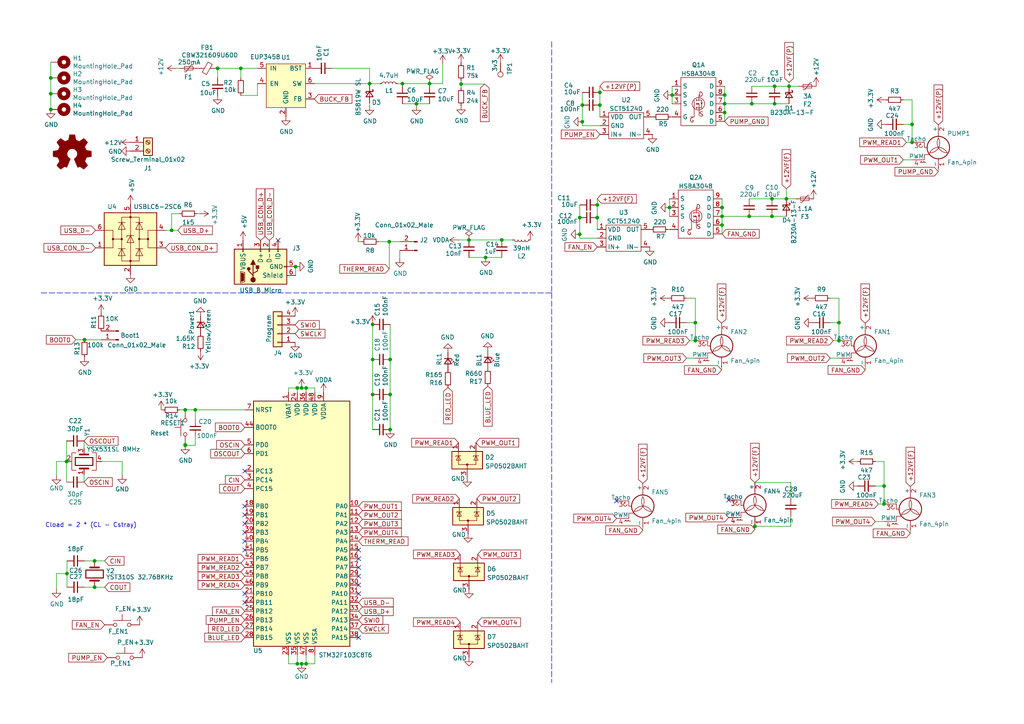
<source format=kicad_sch>
(kicad_sch (version 20211123) (generator eeschema)
  (paper "A4")
  (title_block (title "Opilio 3") (date "2022-06-18") (rev "3.0"))
  (junction (at 210.185 27.559))
  (junction (at 209.423 60.198))
  (junction (at 85.725 77.343))
  (junction (at 86.233 112.522))
  (junction (at 168.148 67.945))
  (junction (at 256.413 146.177))
  (junction (at 88.773 112.522))
  (junction (at 173.228 63.119))
  (junction (at 53.721 118.872))
  (junction (at 223.901 57.658))
  (junction (at 173.99 30.48))
  (junction (at 256.413 140.97))
  (junction (at 223.901 62.738))
  (junction (at 87.503 192.532))
  (junction (at 19.431 166.37))
  (junction (at 201.676 93.599))
  (junction (at 218.059 30.099))
  (junction (at 108.077 104.267))
  (junction (at 145.542 69.596))
  (junction (at 113.157 124.587))
  (junction (at 113.157 114.427))
  (junction (at 264.541 41.275))
  (junction (at 107.188 24.257))
  (junction (at 217.297 62.738))
  (junction (at 49.784 66.802))
  (junction (at 27.432 170.307))
  (junction (at 88.773 192.532))
  (junction (at 224.663 25.019))
  (junction (at 218.948 152.654))
  (junction (at 108.077 114.427))
  (junction (at 133.731 24.384))
  (junction (at 86.233 192.532))
  (junction (at 124.587 24.257))
  (junction (at 168.148 63.119))
  (junction (at 112.903 70.104))
  (junction (at 168.91 30.48))
  (junction (at 136.017 69.596))
  (junction (at 113.157 104.267))
  (junction (at 120.777 30.099))
  (junction (at 173.228 59.436))
  (junction (at 108.077 94.107))
  (junction (at 224.663 30.099))
  (junction (at 14.732 27.178))
  (junction (at 209.423 65.278))
  (junction (at 194.183 60.198))
  (junction (at 194.945 27.559))
  (junction (at 56.642 118.872))
  (junction (at 210.185 30.099))
  (junction (at 228.092 57.658))
  (junction (at 173.99 26.797))
  (junction (at 210.185 32.639))
  (junction (at 19.304 133.858))
  (junction (at 243.332 93.599))
  (junction (at 264.541 36.068))
  (junction (at 14.732 22.606))
  (junction (at 228.854 25.019))
  (junction (at 87.503 112.522))
  (junction (at 69.85 19.812))
  (junction (at 53.721 129.032))
  (junction (at 24.511 98.552))
  (junction (at 140.843 74.676))
  (junction (at 116.713 24.257))
  (junction (at 14.732 31.75))
  (junction (at 168.91 35.306))
  (junction (at 27.432 162.687))
  (junction (at 243.332 98.806))
  (junction (at 201.676 98.806))
  (junction (at 53.721 129.159))
  (junction (at 209.423 62.738))
  (junction (at 63.119 19.812))
  (no_connect (at 70.993 136.652))
  (no_connect (at 80.645 69.723))
  (no_connect (at 211.328 145.034))
  (no_connect (at 70.993 156.972))
  (no_connect (at 104.013 162.052))
  (no_connect (at 70.993 149.352))
  (no_connect (at 104.013 167.132))
  (no_connect (at 70.993 159.512))
  (no_connect (at 104.013 172.212))
  (no_connect (at 70.993 172.212))
  (no_connect (at 104.013 159.512))
  (no_connect (at 104.013 169.672))
  (no_connect (at 70.993 151.892))
  (no_connect (at 178.816 145.288))
  (no_connect (at 104.013 184.912))
  (no_connect (at 70.993 146.812))
  (no_connect (at 104.013 164.592))
  (no_connect (at 70.993 174.752))
  (no_connect (at 70.993 154.432))
  (wire (pts (xy 132.969 69.596) (xy 136.017 69.596)))
  (wire (pts (xy 107.188 24.257) (xy 107.188 24.765)))
  (wire (pts (xy 56.642 126.746) (xy 56.642 129.159)))
  (wire (pts (xy 88.773 192.532) (xy 91.313 192.532)))
  (wire (pts (xy 136.017 69.596) (xy 145.542 69.596)))
  (wire (pts (xy 186.436 152.908) (xy 186.436 153.797)))
  (wire (pts (xy 173.99 26.797) (xy 173.99 30.48)))
  (wire (pts (xy 112.903 70.104) (xy 115.951 70.104)))
  (wire (pts (xy 168.91 36.449) (xy 168.91 35.306)))
  (wire (pts (xy 120.777 30.099) (xy 116.713 30.099)))
  (wire (pts (xy 217.297 62.738) (xy 223.901 62.738)))
  (wire (pts (xy 210.185 27.559) (xy 210.185 30.099)))
  (wire (pts (xy 57.15 61.976) (xy 57.912 61.976)))
  (wire (pts (xy 264.541 28.956) (xy 262.001 28.956)))
  (wire (pts (xy 223.901 57.658) (xy 228.092 57.658)))
  (wire (pts (xy 209.296 106.426) (xy 209.296 107.315)))
  (wire (pts (xy 173.228 59.436) (xy 173.228 63.119)))
  (wire (pts (xy 29.464 133.858) (xy 35.433 133.858)))
  (wire (pts (xy 128.397 18.542) (xy 128.397 24.257)))
  (wire (pts (xy 201.676 103.886) (xy 199.136 103.886)))
  (wire (pts (xy 210.185 30.099) (xy 210.185 32.639)))
  (wire (pts (xy 116.713 24.257) (xy 116.713 25.019)))
  (wire (pts (xy 91.313 192.532) (xy 91.313 189.992)))
  (wire (pts (xy 115.951 72.644) (xy 115.951 74.93)))
  (wire (pts (xy 199.136 93.599) (xy 201.676 93.599)))
  (wire (pts (xy 109.855 70.104) (xy 112.903 70.104)))
  (wire (pts (xy 218.059 30.099) (xy 224.663 30.099)))
  (wire (pts (xy 194.945 27.559) (xy 194.945 30.099)))
  (wire (pts (xy 27.432 170.307) (xy 30.353 170.307)))
  (wire (pts (xy 140.843 74.676) (xy 145.542 74.676)))
  (wire (pts (xy 63.119 19.812) (xy 63.119 22.606)))
  (wire (pts (xy 168.148 59.436) (xy 168.148 63.119)))
  (wire (pts (xy 140.589 24.384) (xy 133.731 24.384)))
  (wire (pts (xy 173.228 63.119) (xy 173.228 66.548)))
  (wire (pts (xy 256.413 140.97) (xy 256.413 133.858)))
  (wire (pts (xy 168.148 69.088) (xy 168.148 67.945)))
  (wire (pts (xy 103.886 70.104) (xy 104.775 70.104)))
  (wire (pts (xy 253.873 140.97) (xy 256.413 140.97)))
  (wire (pts (xy 86.233 112.522) (xy 87.503 112.522)))
  (wire (pts (xy 83.693 112.522) (xy 83.693 113.792)))
  (wire (pts (xy 201.676 98.806) (xy 200.025 98.806)))
  (wire (pts (xy 87.503 112.522) (xy 88.773 112.522)))
  (wire (pts (xy 256.413 146.177) (xy 256.413 140.97)))
  (wire (pts (xy 264.541 41.275) (xy 262.89 41.275)))
  (wire (pts (xy 56.642 129.159) (xy 53.721 129.159)))
  (wire (pts (xy 87.503 192.532) (xy 88.773 192.532)))
  (wire (pts (xy 173.99 25.019) (xy 173.99 26.797)))
  (wire (pts (xy 217.297 57.658) (xy 223.901 57.658)))
  (wire (pts (xy 19.304 133.858) (xy 19.304 127.889)))
  (wire (pts (xy 189.484 33.909) (xy 189.23 33.909)))
  (wire (pts (xy 53.721 129.159) (xy 53.721 129.032)))
  (wire (pts (xy 209.423 60.198) (xy 209.423 62.738)))
  (wire (pts (xy 209.423 62.738) (xy 217.297 62.738)))
  (wire (pts (xy 86.233 192.532) (xy 87.503 192.532)))
  (wire (pts (xy 24.384 139.827) (xy 24.384 137.668)))
  (wire (pts (xy 250.952 106.426) (xy 250.952 107.315)))
  (wire (pts (xy 49.784 61.976) (xy 49.784 66.802)))
  (wire (pts (xy 173.99 30.48) (xy 173.99 33.909)))
  (wire (pts (xy 83.693 192.532) (xy 86.233 192.532)))
  (wire (pts (xy 49.784 66.802) (xy 51.562 66.802)))
  (wire (pts (xy 16.383 133.858) (xy 16.383 137.922)))
  (wire (pts (xy 88.773 112.522) (xy 88.773 113.792)))
  (wire (pts (xy 86.233 112.522) (xy 86.233 113.792)))
  (wire (pts (xy 188.722 66.548) (xy 188.468 66.548)))
  (wire (pts (xy 201.676 98.806) (xy 201.676 93.599)))
  (wire (pts (xy 124.587 25.019) (xy 124.587 24.257)))
  (wire (pts (xy 85.725 77.343) (xy 85.725 79.883)))
  (wire (pts (xy 56.642 118.872) (xy 56.642 121.666)))
  (wire (pts (xy 145.542 69.596) (xy 148.717 69.596)))
  (wire (pts (xy 210.185 32.639) (xy 210.185 35.179)))
  (wire (pts (xy 243.332 98.806) (xy 243.332 93.599)))
  (wire (pts (xy 91.313 112.522) (xy 91.313 113.792)))
  (wire (pts (xy 264.541 41.275) (xy 264.541 36.068)))
  (wire (pts (xy 83.693 189.992) (xy 83.693 192.532)))
  (wire (pts (xy 224.663 25.019) (xy 228.854 25.019)))
  (wire (pts (xy 228.854 25.019) (xy 228.854 23.876)))
  (wire (pts (xy 21.971 98.552) (xy 24.511 98.552)))
  (wire (pts (xy 173.228 57.658) (xy 173.228 59.436)))
  (wire (pts (xy 120.777 30.099) (xy 124.587 30.099)))
  (wire (pts (xy 120.777 30.734) (xy 120.777 30.099)))
  (wire (pts (xy 96.266 19.812) (xy 107.188 19.812)))
  (wire (pts (xy 19.304 139.827) (xy 19.304 133.858)))
  (wire (pts (xy 108.077 124.587) (xy 108.077 114.427)))
  (wire (pts (xy 56.642 118.872) (xy 70.993 118.872)))
  (wire (pts (xy 24.384 130.048) (xy 24.384 127.889)))
  (wire (pts (xy 264.541 36.068) (xy 264.541 28.956)))
  (wire (pts (xy 19.431 166.37) (xy 19.431 170.307)))
  (wire (pts (xy 136.017 74.676) (xy 140.843 74.676)))
  (wire (pts (xy 52.07 61.976) (xy 49.784 61.976)))
  (wire (pts (xy 108.077 104.267) (xy 108.077 94.107)))
  (wire (pts (xy 228.854 25.019) (xy 231.648 25.019)))
  (wire (pts (xy 193.802 66.548) (xy 194.183 66.548)))
  (wire (pts (xy 113.157 124.587) (xy 113.157 114.427)))
  (wire (pts (xy 52.197 118.872) (xy 53.721 118.872)))
  (wire (pts (xy 228.092 57.658) (xy 228.092 54.737)))
  (wire (pts (xy 194.945 25.019) (xy 194.945 27.559)))
  (wire (pts (xy 194.564 33.909) (xy 194.945 33.909)))
  (wire (pts (xy 14.732 27.178) (xy 14.732 31.75)))
  (wire (pts (xy 218.059 25.019) (xy 224.663 25.019)))
  (wire (pts (xy 264.033 153.797) (xy 264.033 154.686)))
  (wire (pts (xy 63.119 19.812) (xy 69.85 19.812)))
  (wire (pts (xy 209.423 57.658) (xy 209.423 60.198)))
  (wire (pts (xy 264.541 46.355) (xy 262.001 46.355)))
  (wire (pts (xy 209.423 65.278) (xy 209.423 67.818)))
  (wire (pts (xy 16.383 133.858) (xy 19.304 133.858)))
  (wire (pts (xy 108.077 114.427) (xy 108.077 104.267)))
  (polyline (pts (xy 160.02 84.963) (xy 160.02 197.993)))
  (wire (pts (xy 24.511 170.307) (xy 27.432 170.307)))
  (wire (pts (xy 224.663 30.099) (xy 228.854 30.099)))
  (wire (pts (xy 115.316 24.257) (xy 116.713 24.257)))
  (wire (pts (xy 272.161 48.895) (xy 272.161 49.784)))
  (wire (pts (xy 16.383 166.37) (xy 19.431 166.37)))
  (wire (pts (xy 107.188 24.257) (xy 110.236 24.257)))
  (wire (pts (xy 210.185 30.099) (xy 218.059 30.099)))
  (wire (pts (xy 86.233 189.992) (xy 86.233 192.532)))
  (wire (pts (xy 229.362 144.526) (xy 229.362 139.954)))
  (wire (pts (xy 46.736 118.872) (xy 47.117 118.872)))
  (wire (pts (xy 243.332 86.487) (xy 240.792 86.487)))
  (wire (pts (xy 24.511 98.552) (xy 29.337 98.552)))
  (wire (pts (xy 88.773 112.522) (xy 91.313 112.522)))
  (polyline (pts (xy 160.02 12.065) (xy 160.02 84.963)))
  (wire (pts (xy 62.611 19.812) (xy 63.119 19.812)))
  (wire (pts (xy 201.676 93.599) (xy 201.676 86.487)))
  (wire (pts (xy 262.001 36.068) (xy 264.541 36.068)))
  (wire (pts (xy 69.85 27.686) (xy 74.676 27.686)))
  (wire (pts (xy 124.587 24.257) (xy 128.397 24.257)))
  (wire (pts (xy 14.732 18.034) (xy 14.732 22.606)))
  (wire (pts (xy 48.006 66.802) (xy 49.784 66.802)))
  (wire (pts (xy 218.948 152.654) (xy 218.948 153.543)))
  (wire (pts (xy 228.092 57.658) (xy 230.886 57.658)))
  (wire (pts (xy 209.423 62.738) (xy 209.423 65.278)))
  (wire (pts (xy 210.185 25.019) (xy 210.185 27.559)))
  (wire (pts (xy 19.431 162.687) (xy 19.431 166.37)))
  (wire (pts (xy 83.693 112.522) (xy 86.233 112.522)))
  (wire (pts (xy 69.85 19.812) (xy 69.85 22.606)))
  (wire (pts (xy 16.383 170.815) (xy 16.383 166.37)))
  (wire (pts (xy 24.511 162.687) (xy 27.432 162.687)))
  (wire (pts (xy 53.721 118.872) (xy 56.642 118.872)))
  (wire (pts (xy 173.228 69.088) (xy 168.148 69.088)))
  (wire (pts (xy 133.731 23.368) (xy 133.731 24.384)))
  (wire (pts (xy 243.332 93.599) (xy 243.332 86.487)))
  (wire (pts (xy 194.183 57.658) (xy 194.183 60.198)))
  (wire (pts (xy 51.054 19.812) (xy 52.197 19.812)))
  (wire (pts (xy 173.99 36.449) (xy 168.91 36.449)))
  (wire (pts (xy 243.332 98.806) (xy 241.681 98.806)))
  (wire (pts (xy 168.91 35.306) (xy 168.91 30.48)))
  (wire (pts (xy 229.362 149.606) (xy 229.362 152.654)))
  (wire (pts (xy 116.713 24.257) (xy 124.587 24.257)))
  (wire (pts (xy 201.676 86.487) (xy 199.136 86.487)))
  (wire (pts (xy 14.732 22.606) (xy 14.732 27.178)))
  (wire (pts (xy 243.332 103.886) (xy 240.792 103.886)))
  (wire (pts (xy 223.901 62.738) (xy 228.092 62.738)))
  (wire (pts (xy 69.85 19.812) (xy 74.676 19.812)))
  (wire (pts (xy 27.432 162.687) (xy 30.353 162.687)))
  (wire (pts (xy 240.792 93.599) (xy 243.332 93.599)))
  (wire (pts (xy 168.148 67.945) (xy 168.148 63.119)))
  (wire (pts (xy 107.188 19.812) (xy 107.188 24.257)))
  (wire (pts (xy 194.183 60.198) (xy 194.183 62.738)))
  (wire (pts (xy 229.362 152.654) (xy 218.948 152.654)))
  (wire (pts (xy 168.91 26.797) (xy 168.91 30.48)))
  (wire (pts (xy 113.157 114.427) (xy 113.157 104.267)))
  (wire (pts (xy 256.413 133.858) (xy 253.873 133.858)))
  (wire (pts (xy 133.731 24.384) (xy 133.731 25.527)))
  (wire (pts (xy 107.188 30.734) (xy 107.188 29.845)))
  (wire (pts (xy 35.433 137.795) (xy 35.433 133.858)))
  (polyline (pts (xy 11.938 84.963) (xy 160.02 84.963)))
  (wire (pts (xy 74.676 27.686) (xy 74.676 24.257)))
  (wire (pts (xy 57.277 19.812) (xy 57.531 19.812)))
  (wire (pts (xy 88.773 189.992) (xy 88.773 192.532)))
  (wire (pts (xy 229.362 139.954) (xy 218.948 139.954)))
  (wire (pts (xy 256.413 146.177) (xy 254.762 146.177)))
  (wire (pts (xy 91.186 24.257) (xy 107.188 24.257)))
  (wire (pts (xy 256.413 151.257) (xy 253.873 151.257)))
  (wire (pts (xy 112.903 77.978) (xy 112.903 70.104)))
  (wire (pts (xy 113.157 104.267) (xy 113.157 94.107)))
  (text "Cload = 2 * (CL - Cstray)" (at 13.081 153.162 0) (effects (font (size 1.27 1.27)) (justify left bottom)))
  (global_label "PWM_OUT3" (shape input) (at 199.136 103.886 180) (property "Intersheet References" "${INTERSHEET_REFS}" (effects hide)))
  (global_label "PWM_OUT1" (shape input) (at 138.049 128.397 0) (property "Intersheet References" "${INTERSHEET_REFS}" (effects hide)))
  (global_label "BUCK_FB" (shape input) (at 91.186 28.702 0) (property "Intersheet References" "${INTERSHEET_REFS}" (effects hide)))
  (global_label "+12VF(F)" (shape input) (at 228.092 54.737 90) (property "Intersheet References" "${INTERSHEET_REFS}" (effects hide)))
  (global_label "PWM_READ2" (shape input) (at 133.223 144.653 180) (property "Intersheet References" "${INTERSHEET_REFS}" (effects hide)))
  (global_label "OSCOUT" (shape input) (at 24.384 127.889 0) (property "Intersheet References" "${INTERSHEET_REFS}" (effects hide)))
  (global_label "OSCOUT" (shape input) (at 70.993 131.572 180) (property "Intersheet References" "${INTERSHEET_REFS}" (effects hide)))
  (global_label "USB_CON_D-" (shape input) (at 27.686 71.882 180) (property "Intersheet References" "${INTERSHEET_REFS}" (effects hide)))
  (global_label "RED_LED" (shape input) (at 70.993 182.372 180) (property "Intersheet References" "${INTERSHEET_REFS}" (effects hide)))
  (global_label "PWM_OUT4" (shape input) (at 253.873 151.257 180) (property "Intersheet References" "${INTERSHEET_REFS}" (effects hide)))
  (global_label "PWM_READ3" (shape input) (at 133.477 160.782 180) (property "Intersheet References" "${INTERSHEET_REFS}" (effects hide)))
  (global_label "PWM_OUT3" (shape input) (at 138.557 160.782 0) (property "Intersheet References" "${INTERSHEET_REFS}" (effects hide)))
  (global_label "COUT" (shape input) (at 70.993 141.732 180) (property "Intersheet References" "${INTERSHEET_REFS}" (effects hide)))
  (global_label "USB_CON_D+" (shape input) (at 48.006 71.882 0) (property "Intersheet References" "${INTERSHEET_REFS}" (effects hide)))
  (global_label "SWIO" (shape input) (at 85.598 94.234 0) (property "Intersheet References" "${INTERSHEET_REFS}" (effects hide)))
  (global_label "FAN_GND" (shape input) (at 186.436 153.797 180) (property "Intersheet References" "${INTERSHEET_REFS}" (effects hide)))
  (global_label "PUMP_EN" (shape input) (at 31.115 190.754 180) (property "Intersheet References" "${INTERSHEET_REFS}" (effects hide)))
  (global_label "PWM_READ2" (shape input) (at 70.993 164.592 180) (property "Intersheet References" "${INTERSHEET_REFS}" (effects hide)))
  (global_label "+12VF(P)" (shape input) (at 272.161 36.195 90) (property "Intersheet References" "${INTERSHEET_REFS}" (effects hide)))
  (global_label "PWM_OUT4" (shape input) (at 211.328 150.114 180) (property "Intersheet References" "${INTERSHEET_REFS}" (effects hide)))
  (global_label "THERM_READ" (shape input) (at 112.903 77.978 180) (property "Intersheet References" "${INTERSHEET_REFS}" (effects hide)))
  (global_label "+12VF(F)" (shape input) (at 209.296 93.726 90) (property "Intersheet References" "${INTERSHEET_REFS}" (effects hide)))
  (global_label "FAN_GND" (shape input) (at 264.033 154.686 180) (property "Intersheet References" "${INTERSHEET_REFS}" (effects hide)))
  (global_label "PWM_READ1" (shape input) (at 132.969 128.397 180) (property "Intersheet References" "${INTERSHEET_REFS}" (effects hide)))
  (global_label "PWM_READ3" (shape input) (at 200.025 98.806 180) (property "Intersheet References" "${INTERSHEET_REFS}" (effects hide)))
  (global_label "PWM_OUT1" (shape input) (at 104.013 146.812 0) (property "Intersheet References" "${INTERSHEET_REFS}" (effects hide)))
  (global_label "USB_D+" (shape input) (at 104.013 177.292 0) (property "Intersheet References" "${INTERSHEET_REFS}" (effects hide)))
  (global_label "PUMP_GND" (shape input) (at 210.185 35.179 0) (property "Intersheet References" "${INTERSHEET_REFS}" (effects hide)))
  (global_label "BUCK_FB" (shape input) (at 140.589 24.384 270) (property "Intersheet References" "${INTERSHEET_REFS}" (effects hide)))
  (global_label "BLUE_LED" (shape input) (at 70.993 184.912 180) (property "Intersheet References" "${INTERSHEET_REFS}" (effects hide)))
  (global_label "+12VF(F)" (shape input) (at 218.948 139.954 90) (property "Intersheet References" "${INTERSHEET_REFS}" (effects hide)))
  (global_label "PWM_OUT4" (shape input) (at 178.816 150.368 180) (property "Intersheet References" "${INTERSHEET_REFS}" (effects hide)))
  (global_label "+12VF(F)" (shape input) (at 264.033 141.097 90) (property "Intersheet References" "${INTERSHEET_REFS}" (effects hide)))
  (global_label "RED_LED" (shape input) (at 129.921 112.395 270) (property "Intersheet References" "${INTERSHEET_REFS}" (effects hide)))
  (global_label "SWIO" (shape input) (at 104.013 179.832 0) (property "Intersheet References" "${INTERSHEET_REFS}" (effects hide)))
  (global_label "BOOT0" (shape input) (at 70.993 123.952 180) (property "Intersheet References" "${INTERSHEET_REFS}" (effects hide)))
  (global_label "SWCLK" (shape input) (at 85.598 96.774 0) (property "Intersheet References" "${INTERSHEET_REFS}" (effects hide)))
  (global_label "PWM_READ1" (shape input) (at 262.89 41.275 180) (property "Intersheet References" "${INTERSHEET_REFS}" (effects hide)))
  (global_label "PWM_READ4" (shape input) (at 133.477 180.467 180) (property "Intersheet References" "${INTERSHEET_REFS}" (effects hide)))
  (global_label "PWM_OUT4" (shape input) (at 138.557 180.467 0) (property "Intersheet References" "${INTERSHEET_REFS}" (effects hide)))
  (global_label "+12VF(P)" (shape input) (at 173.99 25.019 0) (property "Intersheet References" "${INTERSHEET_REFS}" (effects hide)))
  (global_label "FAN_GND" (shape input) (at 209.296 107.315 180) (property "Intersheet References" "${INTERSHEET_REFS}" (effects hide)))
  (global_label "BOOT0" (shape input) (at 21.971 98.552 180) (property "Intersheet References" "${INTERSHEET_REFS}" (effects hide)))
  (global_label "OSCIN" (shape input) (at 70.993 129.032 180) (property "Intersheet References" "${INTERSHEET_REFS}" (effects hide)))
  (global_label "OSCIN" (shape input) (at 24.384 139.827 0) (property "Intersheet References" "${INTERSHEET_REFS}" (effects hide)))
  (global_label "FAN_GND" (shape input) (at 218.948 153.543 180) (property "Intersheet References" "${INTERSHEET_REFS}" (effects hide)))
  (global_label "FAN_EN" (shape input) (at 30.353 181.229 180) (property "Intersheet References" "${INTERSHEET_REFS}" (effects hide)))
  (global_label "PWM_OUT1" (shape input) (at 262.001 46.355 180) (property "Intersheet References" "${INTERSHEET_REFS}" (effects hide)))
  (global_label "USB_D-" (shape input) (at 104.013 174.752 0) (property "Intersheet References" "${INTERSHEET_REFS}" (effects hide)))
  (global_label "CIN" (shape input) (at 30.353 162.687 0) (property "Intersheet References" "${INTERSHEET_REFS}" (effects hide)))
  (global_label "USB_CON_D+" (shape input) (at 75.565 69.723 90) (property "Intersheet References" "${INTERSHEET_REFS}" (effects hide)))
  (global_label "PWM_READ2" (shape input) (at 241.681 98.806 180) (property "Intersheet References" "${INTERSHEET_REFS}" (effects hide)))
  (global_label "USB_D-" (shape input) (at 27.686 66.802 180) (property "Intersheet References" "${INTERSHEET_REFS}" (effects hide)))
  (global_label "PWM_READ4" (shape input) (at 254.762 146.177 180) (property "Intersheet References" "${INTERSHEET_REFS}" (effects hide)))
  (global_label "BLUE_LED" (shape input) (at 141.478 112.014 270) (property "Intersheet References" "${INTERSHEET_REFS}" (effects hide)))
  (global_label "FAN_EN" (shape input) (at 70.993 177.292 180) (property "Intersheet References" "${INTERSHEET_REFS}" (effects hide)))
  (global_label "PWM_OUT2" (shape input) (at 240.792 103.886 180) (property "Intersheet References" "${INTERSHEET_REFS}" (effects hide)))
  (global_label "USB_CON_D-" (shape input) (at 78.105 69.723 90) (property "Intersheet References" "${INTERSHEET_REFS}" (effects hide)))
  (global_label "PWM_READ4" (shape input) (at 70.993 169.672 180) (property "Intersheet References" "${INTERSHEET_REFS}" (effects hide)))
  (global_label "PWM_OUT3" (shape input) (at 104.013 151.892 0) (property "Intersheet References" "${INTERSHEET_REFS}" (effects hide)))
  (global_label "PWM_READ1" (shape input) (at 70.993 162.052 180) (property "Intersheet References" "${INTERSHEET_REFS}" (effects hide)))
  (global_label "PWM_OUT2" (shape input) (at 104.013 149.352 0) (property "Intersheet References" "${INTERSHEET_REFS}" (effects hide)))
  (global_label "PUMP_EN" (shape input) (at 173.99 38.989 180) (property "Intersheet References" "${INTERSHEET_REFS}" (effects hide)))
  (global_label "CIN" (shape input) (at 70.993 139.192 180) (property "Intersheet References" "${INTERSHEET_REFS}" (effects hide)))
  (global_label "PWM_READ3" (shape input) (at 70.993 167.132 180) (property "Intersheet References" "${INTERSHEET_REFS}" (effects hide)))
  (global_label "+12VF(P)" (shape input) (at 228.854 23.876 90) (property "Intersheet References" "${INTERSHEET_REFS}" (effects hide)))
  (global_label "PUMP_GND" (shape input) (at 272.161 49.784 180) (property "Intersheet References" "${INTERSHEET_REFS}" (effects hide)))
  (global_label "FAN_EN" (shape input) (at 173.228 71.628 180) (property "Intersheet References" "${INTERSHEET_REFS}" (effects hide)))
  (global_label "PWM_OUT2" (shape input) (at 138.303 144.653 0) (property "Intersheet References" "${INTERSHEET_REFS}" (effects hide)))
  (global_label "THERM_READ" (shape input) (at 104.013 156.972 0) (property "Intersheet References" "${INTERSHEET_REFS}" (effects hide)))
  (global_label "+12VF(F)" (shape input) (at 173.228 57.658 0) (property "Intersheet References" "${INTERSHEET_REFS}" (effects hide)))
  (global_label "COUT" (shape input) (at 30.353 170.307 0) (property "Intersheet References" "${INTERSHEET_REFS}" (effects hide)))
  (global_label "PUMP_EN" (shape input) (at 70.993 179.832 180) (property "Intersheet References" "${INTERSHEET_REFS}" (effects hide)))
  (global_label "FAN_GND" (shape input) (at 209.423 67.818 0) (property "Intersheet References" "${INTERSHEET_REFS}" (effects hide)))
  (global_label "USB_D+" (shape input) (at 51.562 66.802 0) (property "Intersheet References" "${INTERSHEET_REFS}" (effects hide)))
  (global_label "PWM_OUT4" (shape input) (at 104.013 154.432 0) (property "Intersheet References" "${INTERSHEET_REFS}" (effects hide)))
  (global_label "+12VF(F)" (shape input) (at 250.952 93.726 90) (property "Intersheet References" "${INTERSHEET_REFS}" (effects hide)))
  (global_label "SWCLK" (shape input) (at 104.013 182.372 0) (property "Intersheet References" "${INTERSHEET_REFS}" (effects hide)))
  (global_label "+12VF(F)" (shape input) (at 186.436 140.208 90) (property "Intersheet References" "${INTERSHEET_REFS}" (effects hide)))
  (global_label "FAN_GND" (shape input) (at 250.952 107.315 180) (property "Intersheet References" "${INTERSHEET_REFS}" (effects hide)))
  (symbol (lib_id "Device:R_Small") (at 49.657 118.872 90) (unit 1)
    (property "Reference" "R14" (at 49.784 120.65 90))
    (property "Value" "10k" (at 49.657 116.332 90))
    (property "Footprint" "Resistor_SMD:R_0603_1608Metric_Pad0.98x0.95mm_HandSolder" (effects hide))
  )
  (symbol (lib_id "Device:R_Small") (at 191.262 66.548 270) (unit 1)
    (property "Reference" "R7" (at 190.246 68.58 90) (effects (justify left)))
    (property "Value" "220" (at 189.484 64.389 90) (effects (justify left)))
    (property "Footprint" "Resistor_SMD:R_0603_1608Metric_Pad0.98x0.95mm_HandSolder" (effects hide))
  )
  (symbol (lib_id "Mechanical:MountingHole_Pad") (at 17.272 27.178 270) (unit 1)
    (property "Reference" "H3" (at 21.082 26.0096 90) (effects (justify left)))
    (property "Value" "MountingHole_Pad" (at 21.082 28.321 90) (effects (justify left)))
    (property "Footprint" "MountingHole:MountingHole_3mm_Pad_Via" (effects hide))
  )
  (symbol (lib_id "power:VDDA") (at 132.969 69.596 90) (unit 1)
    (property "Reference" "#PWR027" (effects hide))
    (property "Value" "VDDA" (at 127.889 69.596 90))
  )
  (symbol (lib_id "Power_Protection:SP0502BAHT") (at 135.763 149.733 0) (unit 1)
    (property "Reference" "D5" (at 140.97 148.8983 0) (effects (justify left)))
    (property "Value" "SP0502BAHT" (at 140.97 151.4352 0) (effects (justify left)))
    (property "Footprint" "Package_TO_SOT_SMD:SOT-23" (effects hide))
    (property "Datasheet" "http://www.littelfuse.com/~/media/files/littelfuse/technical%20resources/documents/data%20sheets/sp05xxba.pdf" (effects hide))
  )
  (symbol (lib_id "Device:R_Small") (at 129.921 109.855 180) (unit 1)
    (property "Reference" "R16" (at 128.4224 111.0234 0) (effects (justify left)))
    (property "Value" "R165" (at 128.4224 108.712 0) (effects (justify left)))
    (property "Footprint" "Resistor_SMD:R_0603_1608Metric_Pad0.98x0.95mm_HandSolder" (effects hide))
  )
  (symbol (lib_id "power:GND") (at 24.511 103.632 0) (unit 1)
    (property "Reference" "#PWR046" (effects hide))
    (property "Value" "GND" (at 24.638 108.0262 0))
  )
  (symbol (lib_id "Motor:Fan_4pin") (at 218.948 147.574 0) (unit 1)
    (property "Reference" "FAN4" (at 221.488 142.494 0) (effects (justify left)))
    (property "Value" "Fan_4pin" (at 221.488 150.114 0) (effects (justify left top)))
    (property "Footprint" "Custom:FanPinHeader_1x04_P2.54mm_Vertical_no_hole" (effects hide))
    (property "Datasheet" "http://www.formfactors.org/developer%5Cspecs%5Crev1_2_public.pdf" (effects hide))
  )
  (symbol (lib_id "Device:C_Small") (at 170.688 59.436 90) (unit 1)
    (property "Reference" "C11" (at 165.481 57.404 90) (effects (justify left)))
    (property "Value" "10uF" (at 167.64 59.309 90) (effects (justify left)))
    (property "Footprint" "Capacitor_SMD:C_0603_1608Metric_Pad1.08x0.95mm_HandSolder" (effects hide))
  )
  (symbol (lib_id "power:GND") (at 115.951 74.93 0) (unit 1)
    (property "Reference" "#PWR033" (effects hide))
    (property "Value" "GND" (at 116.078 79.3242 0))
  )
  (symbol (lib_id "Power_Protection:SP0502BAHT") (at 136.017 185.547 0) (unit 1)
    (property "Reference" "D7" (at 141.224 184.7123 0) (effects (justify left)))
    (property "Value" "SP0502BAHT" (at 141.224 187.2492 0) (effects (justify left)))
    (property "Footprint" "Package_TO_SOT_SMD:SOT-23" (effects hide))
    (property "Datasheet" "http://www.littelfuse.com/~/media/files/littelfuse/technical%20resources/documents/data%20sheets/sp05xxba.pdf" (effects hide))
  )
  (symbol (lib_id "power:GND") (at 58.166 91.694 180) (unit 1)
    (property "Reference" "#PWR039" (effects hide))
    (property "Value" "GND" (at 58.039 87.2998 0))
  )
  (symbol (lib_id "power:GND") (at 141.478 101.854 180) (unit 1)
    (property "Reference" "#PWR0102" (effects hide))
    (property "Value" "GND" (at 141.351 97.4598 0))
  )
  (symbol (lib_id "Device:C_Small") (at 238.252 93.599 90) (unit 1)
    (property "Reference" "C16" (at 239.522 91.059 90) (effects (justify left)))
    (property "Value" "100nF" (at 241.3 96.266 90) (effects (justify left)))
    (property "Footprint" "Capacitor_SMD:C_0603_1608Metric_Pad1.08x0.95mm_HandSolder" (effects hide))
  )
  (symbol (lib_id "MCU_ST_STM32F1:STM32F103C8Tx") (at 88.773 151.892 0) (unit 1)
    (property "Reference" "U5" (at 74.803 188.722 0))
    (property "Value" "STM32F103C8T6" (at 100.203 189.992 0))
    (property "Footprint" "Package_QFP:LQFP-48_7x7mm_P0.5mm" (effects hide))
    (property "Datasheet" "http://www.st.com/st-web-ui/static/active/en/resource/technical/document/datasheet/CD00161566.pdf" (effects hide))
  )
  (symbol (lib_id "Device:C_Small") (at 63.119 25.146 0) (unit 1)
    (property "Reference" "C5" (at 58.293 24.257 0) (effects (justify left)))
    (property "Value" "10uF" (at 57.912 26.924 0) (effects (justify left)))
    (property "Footprint" "Capacitor_SMD:C_0603_1608Metric_Pad1.08x0.95mm_HandSolder" (effects hide))
  )
  (symbol (lib_id "power:+12V") (at 236.728 25.019 0) (unit 1)
    (property "Reference" "#PWR07" (effects hide))
    (property "Value" "+12V" (at 236.728 19.431 90))
  )
  (symbol (lib_id "Switch:SW_Push") (at 35.433 181.229 0) (unit 1)
    (property "Reference" "F_EN1" (at 37.338 183.134 0) (effects (justify right)))
    (property "Value" "F_EN" (at 38.1 176.53 0) (effects (justify right)))
    (property "Footprint" "Custom:SW_Push_7x4.5" (effects hide))
  )
  (symbol (lib_id "Power_Protection:USBLC6-2SC6") (at 37.846 69.342 0) (unit 1)
    (property "Reference" "U4" (at 32.512 59.944 0))
    (property "Value" "USBLC6-2SC6" (at 45.72 59.944 0))
    (property "Footprint" "Package_TO_SOT_SMD:SOT-23-6" (effects hide))
    (property "Datasheet" "https://www.st.com/resource/en/datasheet/usblc6-2.pdf" (effects hide))
  )
  (symbol (lib_id "power:GND") (at 133.731 30.607 0) (unit 1)
    (property "Reference" "#PWR010" (effects hide))
    (property "Value" "GND" (at 133.858 35.0012 0))
  )
  (symbol (lib_id "power:+3.3V") (at 153.797 69.596 0) (unit 1)
    (property "Reference" "#PWR028" (effects hide))
    (property "Value" "+3.3V" (at 154.178 65.2018 0))
  )
  (symbol (lib_id "power:GND") (at 189.23 38.989 0) (unit 1)
    (property "Reference" "#PWR017" (effects hide))
    (property "Value" "GND" (at 189.357 43.3832 0))
  )
  (symbol (lib_id "power:GND") (at 85.598 99.314 0) (unit 1)
    (property "Reference" "#PWR044" (effects hide))
    (property "Value" "GND" (at 85.725 103.124 0))
  )
  (symbol (lib_id "Device:C_Small") (at 110.617 124.587 90) (unit 1)
    (property "Reference" "C21" (at 109.4486 122.2502 0) (effects (justify left)))
    (property "Value" "100nF" (at 111.76 122.2502 0) (effects (justify left)))
    (property "Footprint" "Capacitor_SMD:C_0603_1608Metric_Pad1.08x0.95mm_HandSolder" (effects hide))
  )
  (symbol (lib_id "Device:FerriteBead_Small") (at 60.071 19.812 270) (unit 1)
    (property "Reference" "FB1" (at 60.071 13.7922 90))
    (property "Value" "CBW321609U600" (at 60.833 16.002 90))
    (property "Footprint" "Capacitor_SMD:C_1206_3216Metric_Pad1.33x1.80mm_HandSolder" (effects hide))
  )
  (symbol (lib_id "Device:D_Schottky_Small") (at 228.854 27.559 270) (unit 1)
    (property "Reference" "D1" (at 227.584 31.369 90) (effects (justify left)))
    (property "Value" "B230A-13-F" (at 223.266 32.639 90) (effects (justify left)))
    (property "Footprint" "Diode_SMD:D_SMA" (effects hide))
  )
  (symbol (lib_id "power:+3.3V") (at 248.793 133.858 90) (unit 1)
    (property "Reference" "#PWR052" (effects hide))
    (property "Value" "+3.3V" (at 244.3988 133.477 0))
  )
  (symbol (lib_id "power:+3.3V") (at 29.337 90.932 0) (unit 1)
    (property "Reference" "#PWR038" (effects hide))
    (property "Value" "+3.3V" (at 29.718 86.5378 0))
  )
  (symbol (lib_id "power:GND") (at 120.777 30.734 0) (unit 1)
    (property "Reference" "#PWR012" (effects hide))
    (property "Value" "GND" (at 120.904 35.1282 0))
  )
  (symbol (lib_id "power:+3.3V") (at 194.056 86.487 90) (unit 1)
    (property "Reference" "#PWR037" (effects hide))
    (property "Value" "+3.3V" (at 189.6618 86.106 0))
  )
  (symbol (lib_id "power:+5V") (at 37.846 59.182 0) (unit 1)
    (property "Reference" "#PWR023" (effects hide))
    (property "Value" "+5V" (at 38.227 55.9308 90) (effects (justify left)))
  )
  (symbol (lib_id "Custom:HSBA3048") (at 202.565 30.099 0) (unit 1)
    (property "Reference" "Q1" (at 202.565 18.83 0))
    (property "Value" "HSBA3048" (at 202.565 21.3669 0))
    (property "Footprint" "Custom:PDFN-8_L5.6-W5.2-P1.27-LS6.1-BL" (effects hide))
  )
  (symbol (lib_id "power:+3.3V") (at 145.161 18.288 0) (unit 1)
    (property "Reference" "#PWR02" (effects hide))
    (property "Value" "+3.3V" (at 145.034 14.732 0))
  )
  (symbol (lib_id "Device:R_Small") (at 69.85 25.146 0) (unit 1)
    (property "Reference" "R2" (at 64.77 24.003 0) (effects (justify left)))
    (property "Value" "10k" (at 64.897 26.035 0) (effects (justify left)))
    (property "Footprint" "Resistor_SMD:R_0603_1608Metric_Pad0.98x0.95mm_HandSolder" (effects hide))
  )
  (symbol (lib_id "power:GND") (at 248.793 140.97 270) (unit 1)
    (property "Reference" "#PWR054" (effects hide))
    (property "Value" "GND" (at 244.3988 141.097 0))
  )
  (symbol (lib_id "Device:C_Small") (at 110.617 104.267 90) (unit 1)
    (property "Reference" "C18" (at 109.4486 101.9302 0) (effects (justify left)))
    (property "Value" "100nF" (at 111.76 101.9302 0) (effects (justify left)))
    (property "Footprint" "Capacitor_SMD:C_0603_1608Metric_Pad1.08x0.95mm_HandSolder" (effects hide))
  )
  (symbol (lib_id "Device:R_Small") (at 238.252 86.487 90) (unit 1)
    (property "Reference" "R9" (at 238.252 83.947 90))
    (property "Value" "4k7" (at 238.252 89.027 90))
    (property "Footprint" "Resistor_SMD:R_0603_1608Metric_Pad0.98x0.95mm_HandSolder" (effects hide))
  )
  (symbol (lib_id "Device:Polyfuse_Small") (at 233.426 57.658 90) (unit 1)
    (property "Reference" "F3" (at 233.426 62.865 90))
    (property "Value" "1.1A" (at 233.426 60.5536 90))
    (property "Footprint" "Fuse:Fuse_1206_3216Metric_Pad1.42x1.75mm_HandSolder" (effects hide))
  )
  (symbol (lib_id "Device:C_Small") (at 21.971 162.687 270) (unit 1)
    (property "Reference" "C26" (at 21.971 165.481 90))
    (property "Value" "18pF" (at 21.971 159.1818 90))
    (property "Footprint" "Capacitor_SMD:C_0603_1608Metric_Pad1.08x0.95mm_HandSolder" (effects hide))
  )
  (symbol (lib_id "power:+3.3V") (at 235.712 86.487 90) (unit 1)
    (property "Reference" "#PWR036" (effects hide))
    (property "Value" "+3.3V" (at 231.3178 86.106 0))
  )
  (symbol (lib_id "Device:D_Schottky_Small") (at 107.188 27.305 270) (unit 1)
    (property "Reference" "D3" (at 107.823 29.718 90) (effects (justify left)))
    (property "Value" "B5819W SL" (at 103.886 22.606 0) (effects (justify left)))
    (property "Footprint" "Diode_SMD:D_SOD-123" (effects hide))
  )
  (symbol (lib_id "power:GND") (at 129.921 102.235 180) (unit 1)
    (property "Reference" "#PWR0101" (effects hide))
    (property "Value" "GND" (at 129.794 97.8408 0))
  )
  (symbol (lib_id "Device:C_Small") (at 93.726 19.812 270) (unit 1)
    (property "Reference" "C1" (at 94.615 15.113 0))
    (property "Value" "10nF" (at 92.583 15.367 0))
    (property "Footprint" "Capacitor_SMD:C_0603_1608Metric_Pad1.08x0.95mm_HandSolder" (effects hide))
  )
  (symbol (lib_id "Motor:Fan_4pin") (at 272.161 43.815 0) (unit 1)
    (property "Reference" "PUMP1" (at 274.701 38.735 0) (effects (justify left)))
    (property "Value" "Fan_4pin" (at 274.701 46.355 0) (effects (justify left top)))
    (property "Footprint" "Custom:FanPinHeader_1x04_P2.54mm_Vertical_no_hole" (effects hide))
    (property "Datasheet" "http://www.formfactors.org/developer%5Cspecs%5Crev1_2_public.pdf" (effects hide))
  )
  (symbol (lib_id "Device:R_Small") (at 196.596 86.487 90) (unit 1)
    (property "Reference" "R10" (at 196.596 83.947 90))
    (property "Value" "4k7" (at 196.596 89.027 90))
    (property "Footprint" "Resistor_SMD:R_0603_1608Metric_Pad0.98x0.95mm_HandSolder" (effects hide))
  )
  (symbol (lib_id "Device:R_Small") (at 259.461 28.956 90) (unit 1)
    (property "Reference" "R3" (at 259.461 26.416 90))
    (property "Value" "4k7" (at 259.461 31.496 90))
    (property "Footprint" "Resistor_SMD:R_0603_1608Metric_Pad0.98x0.95mm_HandSolder" (effects hide))
  )
  (symbol (lib_id "Device:Polyfuse_Small") (at 54.737 19.812 90) (unit 1)
    (property "Reference" "F1" (at 54.61 22.352 90))
    (property "Value" "250mA" (at 54.864 18.034 90))
    (property "Footprint" "Fuse:Fuse_1206_3216Metric_Pad1.42x1.75mm_HandSolder" (effects hide))
  )
  (symbol (lib_id "Device:C_Small") (at 21.971 170.307 270) (unit 1)
    (property "Reference" "C27" (at 21.971 167.259 90))
    (property "Value" "18pF" (at 21.971 173.863 90))
    (property "Footprint" "Capacitor_SMD:C_0603_1608Metric_Pad1.08x0.95mm_HandSolder" (effects hide))
  )
  (symbol (lib_id "power:GND") (at 188.468 71.628 0) (unit 1)
    (property "Reference" "#PWR030" (effects hide))
    (property "Value" "GND" (at 188.595 76.0222 0))
  )
  (symbol (lib_id "Device:R_Small") (at 251.333 133.858 90) (unit 1)
    (property "Reference" "R15" (at 251.333 131.318 90))
    (property "Value" "4k7" (at 251.333 136.398 90))
    (property "Footprint" "Resistor_SMD:R_0603_1608Metric_Pad0.98x0.95mm_HandSolder" (effects hide))
  )
  (symbol (lib_id "Device:R_Small") (at 192.024 33.909 270) (unit 1)
    (property "Reference" "R5" (at 191.008 35.941 90) (effects (justify left)))
    (property "Value" "220" (at 190.246 31.75 90) (effects (justify left)))
    (property "Footprint" "Resistor_SMD:R_0603_1608Metric_Pad0.98x0.95mm_HandSolder" (effects hide))
  )
  (symbol (lib_id "Graphic:Logo_Open_Hardware_Small") (at 20.955 44.704 0) (unit 1)
    (property "Reference" "LOGO1" (effects hide))
    (property "Value" "Logo_Open_Hardware_Small" (effects hide))
    (property "Footprint" "Symbol:OSHW-Logo2_9.8x8mm_SilkScreen" (effects hide))
  )
  (symbol (lib_id "Power_Protection:SP0502BAHT") (at 136.017 165.862 0) (unit 1)
    (property "Reference" "D6" (at 141.224 165.0273 0) (effects (justify left)))
    (property "Value" "SP0502BAHT" (at 141.224 167.5642 0) (effects (justify left)))
    (property "Footprint" "Package_TO_SOT_SMD:SOT-23" (effects hide))
    (property "Datasheet" "http://www.littelfuse.com/~/media/files/littelfuse/technical%20resources/documents/data%20sheets/sp05xxba.pdf" (effects hide))
  )
  (symbol (lib_id "power:GND") (at 16.383 170.815 0) (unit 1)
    (property "Reference" "#PWR059" (effects hide))
    (property "Value" "GND" (at 16.51 175.2092 0))
  )
  (symbol (lib_id "Device:R_Small") (at 133.731 20.828 0) (unit 1)
    (property "Reference" "R1" (at 135.2296 19.6596 0) (effects (justify left)))
    (property "Value" "75k" (at 135.2296 21.971 0) (effects (justify left)))
    (property "Footprint" "Resistor_SMD:R_0603_1608Metric_Pad0.98x0.95mm_HandSolder" (effects hide))
  )
  (symbol (lib_id "Switch:SW_Push") (at 53.721 123.952 90) (unit 1)
    (property "Reference" "RESET1" (at 46.482 122.682 90) (effects (justify right)))
    (property "Value" "Reset" (at 43.561 125.603 90) (effects (justify right)))
    (property "Footprint" "Custom:SW_Push_7x4.5" (effects hide))
  )
  (symbol (lib_id "power:GND") (at 194.183 60.198 270) (unit 1)
    (property "Reference" "#PWR022" (effects hide))
    (property "Value" "GND" (at 189.7888 60.325 0))
  )
  (symbol (lib_id "Connector:Screw_Terminal_01x02") (at 42.926 41.275 0) (unit 1)
    (property "Reference" "J1" (at 42.926 48.7848 0))
    (property "Value" "Screw_Terminal_01x02" (at 42.926 46.2479 0))
    (property "Footprint" "Custom:TerminalBlock_bornier-2_P5.08mm" (effects hide))
  )
  (symbol (lib_id "power:+3.3V") (at 85.598 91.694 0) (unit 1)
    (property "Reference" "#PWR040" (effects hide))
    (property "Value" "+3.3V" (at 85.598 87.63 0))
  )
  (symbol (lib_id "Device:L_Small") (at 112.776 24.257 90) (unit 1)
    (property "Reference" "L1" (at 112.903 26.289 90))
    (property "Value" "4.7uH" (at 112.776 21.8694 90))
    (property "Footprint" "Inductor_SMD:L_Bourns-SRN4018" (effects hide))
  )
  (symbol (lib_id "Device:C_Small") (at 110.617 94.107 90) (unit 1)
    (property "Reference" "C15" (at 109.4486 91.7702 0) (effects (justify left)))
    (property "Value" "100nF" (at 111.76 91.7702 0) (effects (justify left)))
    (property "Footprint" "Capacitor_SMD:C_0603_1608Metric_Pad1.08x0.95mm_HandSolder" (effects hide))
  )
  (symbol (lib_id "Device:R_Small") (at 107.315 70.104 270) (unit 1)
    (property "Reference" "R8" (at 107.315 72.644 90))
    (property "Value" "10k" (at 107.061 68.326 90))
    (property "Footprint" "Resistor_SMD:R_0603_1608Metric_Pad0.98x0.95mm_HandSolder" (effects hide))
  )
  (symbol (lib_id "Device:C_Small") (at 218.059 27.559 0) (unit 1)
    (property "Reference" "C2" (at 216.916 21.209 0) (effects (justify left)))
    (property "Value" "220uF" (at 215.9 23.114 0) (effects (justify left)))
    (property "Footprint" "Capacitor_SMD:CP_Elec_6.3x7.7" (effects hide))
  )
  (symbol (lib_id "Connector:Conn_01x02_Male") (at 121.031 72.644 180) (unit 1)
    (property "Reference" "J2" (at 121.7422 69.6468 0) (effects (justify right)))
    (property "Value" "Conn_01x02_Male" (at 108.712 65.278 0) (effects (justify right)))
    (property "Footprint" "Connector_PinHeader_2.54mm:PinHeader_1x02_P2.54mm_Vertical" (effects hide))
  )
  (symbol (lib_id "power:GND") (at 135.763 154.813 0) (unit 1)
    (property "Reference" "#PWR0103" (effects hide))
    (property "Value" "GND" (at 133.096 155.067 0))
  )
  (symbol (lib_id "Custom:SCT51240") (at 181.61 35.179 0) (unit 1)
    (property "Reference" "U2" (at 181.61 28.99 0))
    (property "Value" "SCT51240" (at 181.61 31.5269 0))
    (property "Footprint" "Package_TO_SOT_SMD:SOT-23-5_HandSoldering" (effects hide))
  )
  (symbol (lib_id "Mechanical:MountingHole_Pad") (at 17.272 31.75 270) (unit 1)
    (property "Reference" "H4" (at 21.082 30.5816 90) (effects (justify left)))
    (property "Value" "MountingHole_Pad" (at 21.082 32.893 90) (effects (justify left)))
    (property "Footprint" "MountingHole:MountingHole_3mm_Pad_Via" (effects hide))
  )
  (symbol (lib_id "Device:C_Small") (at 171.45 26.797 90) (unit 1)
    (property "Reference" "C4" (at 166.243 24.765 90) (effects (justify left)))
    (property "Value" "10uF" (at 168.402 26.67 90) (effects (justify left)))
    (property "Footprint" "Capacitor_SMD:C_0603_1608Metric_Pad1.08x0.95mm_HandSolder" (effects hide))
  )
  (symbol (lib_id "Device:C_Small") (at 56.642 124.206 0) (unit 1)
    (property "Reference" "C20" (at 57.531 122.301 0) (effects (justify left)))
    (property "Value" "100nF" (at 57.023 126.365 0) (effects (justify left)))
    (property "Footprint" "Capacitor_SMD:C_0603_1608Metric_Pad1.08x0.95mm_HandSolder" (effects hide))
  )
  (symbol (lib_id "Device:D_Schottky_Small") (at 228.092 60.198 270) (unit 1)
    (property "Reference" "D4" (at 226.822 63.881 90) (effects (justify left)))
    (property "Value" "B230A-13-F" (at 230.251 57.912 0) (effects (justify left)))
    (property "Footprint" "Diode_SMD:D_SMA" (effects hide))
  )
  (symbol (lib_id "Mechanical:MountingHole_Pad") (at 17.272 18.034 270) (unit 1)
    (property "Reference" "H1" (at 21.082 16.8656 90) (effects (justify left)))
    (property "Value" "MountingHole_Pad" (at 21.082 19.177 90) (effects (justify left)))
    (property "Footprint" "MountingHole:MountingHole_3mm_Pad_Via" (effects hide))
  )
  (symbol (lib_id "power:+3.3V") (at 58.166 101.854 180) (unit 1)
    (property "Reference" "#PWR045" (effects hide))
    (property "Value" "+3.3V" (at 57.785 106.2482 0))
  )
  (symbol (lib_id "power:GND") (at 194.056 93.599 270) (unit 1)
    (property "Reference" "#PWR043" (effects hide))
    (property "Value" "GND" (at 189.6618 93.726 0))
  )
  (symbol (lib_id "power:+3.3V") (at 87.503 112.522 0) (unit 1)
    (property "Reference" "#PWR047" (effects hide))
    (property "Value" "+3.3V" (at 87.884 108.1278 0))
  )
  (symbol (lib_id "Device:C_Small") (at 217.297 60.198 0) (unit 1)
    (property "Reference" "C9" (at 216.027 54.483 0) (effects (justify left)))
    (property "Value" "220uF" (at 214.503 56.388 0) (effects (justify left)))
    (property "Footprint" "Capacitor_SMD:CP_Elec_6.3x7.7" (effects hide))
  )
  (symbol (lib_id "Device:C_Small") (at 251.333 140.97 90) (unit 1)
    (property "Reference" "C23" (at 252.603 138.43 90) (effects (justify left)))
    (property "Value" "100nF" (at 254.381 143.637 90) (effects (justify left)))
    (property "Footprint" "Capacitor_SMD:C_0603_1608Metric_Pad1.08x0.95mm_HandSolder" (effects hide))
  )
  (symbol (lib_id "Device:R_Small") (at 133.731 28.067 0) (unit 1)
    (property "Reference" "R4" (at 135.2296 26.8986 0) (effects (justify left)))
    (property "Value" "24k" (at 135.2296 29.21 0) (effects (justify left)))
    (property "Footprint" "Resistor_SMD:R_0603_1608Metric_Pad0.98x0.95mm_HandSolder" (effects hide))
  )
  (symbol (lib_id "power:+3.3V") (at 103.886 70.104 0) (unit 1)
    (property "Reference" "#PWR031" (effects hide))
    (property "Value" "+3.3V" (at 103.759 64.516 90))
  )
  (symbol (lib_id "power:+3.3V") (at 57.912 61.976 270) (unit 1)
    (property "Reference" "#PWR024" (effects hide))
    (property "Value" "+3.3V" (at 62.3062 62.357 0))
  )
  (symbol (lib_id "Device:C_Small") (at 21.844 127.889 270) (unit 1)
    (property "Reference" "C22" (at 21.844 122.0724 90))
    (property "Value" "30pF" (at 21.844 124.3838 90))
    (property "Footprint" "Capacitor_SMD:C_0603_1608Metric_Pad1.08x0.95mm_HandSolder" (effects hide))
  )
  (symbol (lib_id "Connector:Conn_01x02_Male") (at 34.417 98.552 180) (unit 1)
    (property "Reference" "Boot1" (at 34.925 97.282 0) (effects (justify right)))
    (property "Value" "Conn_01x02_Male" (at 31.115 100.076 0) (effects (justify right)))
    (property "Footprint" "Connector_PinHeader_2.54mm:PinHeader_1x02_P2.54mm_Vertical" (effects hide))
  )
  (symbol (lib_id "Device:C_Small") (at 229.362 147.066 0) (unit 1)
    (property "Reference" "C28" (at 227.457 141.859 0) (effects (justify left)))
    (property "Value" "220uF" (at 226.822 143.637 0) (effects (justify left)))
    (property "Footprint" "Capacitor_SMD:CP_Elec_6.3x7.7" (effects hide))
  )
  (symbol (lib_id "power:+12V") (at 51.054 19.812 90) (unit 1)
    (property "Reference" "#PWR05" (effects hide))
    (property "Value" "+12V" (at 46.6598 19.431 0))
  )
  (symbol (lib_id "power:GND") (at 113.157 124.587 0) (unit 1)
    (property "Reference" "#PWR050" (effects hide))
    (property "Value" "GND" (at 113.284 128.9812 0))
  )
  (symbol (lib_id "Device:LED_Small") (at 129.921 104.775 270) (unit 1)
    (property "Reference" "RL1" (at 127.381 106.045 0) (effects (justify right)))
    (property "Value" "Red" (at 132.461 106.299 0) (effects (justify right)))
    (property "Footprint" "LED_SMD:LED_0603_1608Metric_Pad1.05x0.95mm_HandSolder" (effects hide))
  )
  (symbol (lib_id "power:+5V") (at 70.485 69.723 0) (unit 1)
    (property "Reference" "#PWR029" (effects hide))
    (property "Value" "+5V" (at 70.866 66.4718 90) (effects (justify left)))
  )
  (symbol (lib_id "power:+12V") (at 235.966 57.658 0) (unit 1)
    (property "Reference" "#PWR021" (effects hide))
    (property "Value" "+12V" (at 235.966 52.07 90))
  )
  (symbol (lib_id "Mechanical:MountingHole_Pad") (at 17.272 22.606 270) (unit 1)
    (property "Reference" "H2" (at 21.082 21.4376 90) (effects (justify left)))
    (property "Value" "MountingHole_Pad" (at 21.082 23.749 90) (effects (justify left)))
    (property "Footprint" "MountingHole:MountingHole_3mm_Pad_Via" (effects hide))
  )
  (symbol (lib_id "power:GND") (at 136.017 190.627 0) (unit 1)
    (property "Reference" "#PWR0106" (effects hide))
    (property "Value" "GND" (at 133.35 190.881 0))
  )
  (symbol (lib_id "Device:LED_Small") (at 58.166 94.234 270) (unit 1)
    (property "Reference" "Power1" (at 55.5625 96.9645 0) (effects (justify right)))
    (property "Value" "Yellow/Green" (at 60.3885 102.5525 0) (effects (justify right)))
    (property "Footprint" "LED_SMD:LED_0603_1608Metric_Pad1.05x0.95mm_HandSolder" (effects hide))
  )
  (symbol (lib_id "Device:C_Small") (at 196.596 93.599 90) (unit 1)
    (property "Reference" "C17" (at 197.866 91.059 90) (effects (justify left)))
    (property "Value" "100nF" (at 199.644 96.266 90) (effects (justify left)))
    (property "Footprint" "Capacitor_SMD:C_0603_1608Metric_Pad1.08x0.95mm_HandSolder" (effects hide))
  )
  (symbol (lib_id "Device:C_Small") (at 171.45 30.48 90) (unit 1)
    (property "Reference" "C8" (at 166.751 29.972 90) (effects (justify left)))
    (property "Value" "100nF" (at 168.402 31.623 90) (effects (justify left)))
    (property "Footprint" "Capacitor_SMD:C_0603_1608Metric_Pad1.08x0.95mm_HandSolder" (effects hide))
  )
  (symbol (lib_id "Device:C_Small") (at 116.713 27.559 0) (unit 1)
    (property "Reference" "C6" (at 117.983 26.162 0) (effects (justify left)))
    (property "Value" "10uF" (at 117.983 28.829 0) (effects (justify left)))
    (property "Footprint" "Capacitor_SMD:C_0603_1608Metric_Pad1.08x0.95mm_HandSolder" (effects hide))
  )
  (symbol (lib_id "power:GND") (at 16.383 137.922 0) (unit 1)
    (property "Reference" "#PWR056" (effects hide))
    (property "Value" "GND" (at 16.383 141.605 0))
  )
  (symbol (lib_id "power:GND") (at 194.945 27.559 270) (unit 1)
    (property "Reference" "#PWR08" (effects hide))
    (property "Value" "GND" (at 190.5508 27.686 0))
  )
  (symbol (lib_id "power:+3.3V") (at 41.275 190.754 0) (unit 1)
    (property "Reference" "#PWR060" (effects hide))
    (property "Value" "+3.3V" (at 41.656 186.3598 0))
  )
  (symbol (lib_id "Device:C_Small") (at 21.844 139.827 90) (unit 1)
    (property "Reference" "C25" (at 21.844 145.6436 90))
    (property "Value" "30pF" (at 21.844 143.3322 90))
    (property "Footprint" "Capacitor_SMD:C_0603_1608Metric_Pad1.08x0.95mm_HandSolder" (effects hide))
  )
  (symbol (lib_id "Motor:Fan_4pin") (at 209.296 101.346 0) (unit 1)
    (property "Reference" "FAN2" (at 211.836 96.266 0) (effects (justify left)))
    (property "Value" "Fan_4pin" (at 211.836 103.886 0) (effects (justify left top)))
    (property "Footprint" "Custom:FanPinHeader_1x04_P2.54mm_Vertical_no_hole" (effects hide))
    (property "Datasheet" "http://www.formfactors.org/developer%5Cspecs%5Crev1_2_public.pdf" (effects hide))
  )
  (symbol (lib_id "power:PWR_FLAG") (at 136.017 69.596 0) (unit 1)
    (property "Reference" "#FLG0101" (effects hide))
    (property "Value" "PWR_FLAG" (at 136.017 66.0202 0))
  )
  (symbol (lib_id "power:GND") (at 168.91 35.306 270) (unit 1)
    (property "Reference" "#PWR015" (effects hide))
    (property "Value" "GND" (at 164.5158 35.433 0))
  )
  (symbol (lib_id "power:GND") (at 85.725 77.343 90) (unit 1)
    (property "Reference" "#PWR034" (effects hide))
    (property "Value" "GND" (at 90.1192 77.216 0))
  )
  (symbol (lib_id "Device:C_Small") (at 145.542 72.136 0) (unit 1)
    (property "Reference" "C14" (at 140.843 70.866 0) (effects (justify left)))
    (property "Value" "1uF" (at 140.462 72.898 0) (effects (justify left)))
    (property "Footprint" "Capacitor_SMD:C_0603_1608Metric_Pad1.08x0.95mm_HandSolder" (effects hide))
  )
  (symbol (lib_id "power:GND") (at 135.509 138.557 0) (unit 1)
    (property "Reference" "#PWR0105" (effects hide))
    (property "Value" "GND" (at 132.842 138.811 0))
  )
  (symbol (lib_id "power:GND") (at 53.721 129.159 0) (unit 1)
    (property "Reference" "#PWR051" (effects hide))
    (property "Value" "GND" (at 53.848 133.5532 0))
  )
  (symbol (lib_id "Custom:SCT51240") (at 180.848 67.818 0) (unit 1)
    (property "Reference" "U3" (at 180.848 61.629 0))
    (property "Value" "SCT51240" (at 180.848 64.1659 0))
    (property "Footprint" "Package_TO_SOT_SMD:SOT-23-5_HandSoldering" (effects hide))
  )
  (symbol (lib_id "Device:Polyfuse_Small") (at 234.188 25.019 90) (unit 1)
    (property "Reference" "F2" (at 234.188 30.226 90))
    (property "Value" "3A" (at 234.188 27.9146 90))
    (property "Footprint" "Fuse:Fuse_1812_4532Metric_Pad1.30x3.40mm_HandSolder" (effects hide))
  )
  (symbol (lib_id "Device:L_Small") (at 151.257 69.596 270) (unit 1)
    (property "Reference" "L2" (at 151.257 74.295 90))
    (property "Value" "39nH" (at 151.257 71.9836 90))
    (property "Footprint" "Inductor_SMD:L_0805_2012Metric_Pad1.05x1.20mm_HandSolder" (effects hide))
  )
  (symbol (lib_id "Motor:Fan_4pin") (at 264.033 148.717 0) (unit 1)
    (property "Reference" "FAN3" (at 266.573 143.637 0) (effects (justify left)))
    (property "Value" "Fan_4pin" (at 266.573 151.257 0) (effects (justify left top)))
    (property "Footprint" "Custom:FanPinHeader_1x04_P2.54mm_Vertical_no_hole" (effects hide))
    (property "Datasheet" "http://www.formfactors.org/developer%5Cspecs%5Crev1_2_public.pdf" (effects hide))
  )
  (symbol (lib_id "power:GND") (at 37.846 43.815 270) (unit 1)
    (property "Reference" "#PWR019" (effects hide))
    (property "Value" "GND" (at 33.4518 43.942 90))
  )
  (symbol (lib_id "power:GND") (at 14.732 31.75 0) (unit 1)
    (property "Reference" "#PWR013" (effects hide))
    (property "Value" "GND" (at 14.859 36.1442 0))
  )
  (symbol (lib_id "Custom:EUP3458") (at 82.931 26.162 0) (unit 1)
    (property "Reference" "U1" (at 82.931 16.637 0))
    (property "Value" "EUP3458" (at 76.962 16.51 0))
    (property "Footprint" "Package_TO_SOT_SMD:SOT-23-6_Handsoldering" (effects hide))
  )
  (symbol (lib_id "Device:C_Small") (at 224.663 27.559 180) (unit 1)
    (property "Reference" "C3" (at 225.933 21.209 0) (effects (justify left)))
    (property "Value" "10uF" (at 227.203 23.114 0) (effects (justify left)))
    (property "Footprint" "Capacitor_SMD:C_0603_1608Metric_Pad1.08x0.95mm_HandSolder" (effects hide))
  )
  (symbol (lib_id "power:+3.3V") (at 40.513 181.229 0) (unit 1)
    (property "Reference" "#PWR058" (effects hide))
    (property "Value" "+3.3V" (at 40.894 176.8348 0))
  )
  (symbol (lib_id "power:GND") (at 107.188 30.734 0) (unit 1)
    (property "Reference" "#PWR011" (effects hide))
    (property "Value" "GND" (at 107.315 35.1282 0))
  )
  (symbol (lib_id "Device:C_Small") (at 223.901 60.198 180) (unit 1)
    (property "Reference" "C10" (at 225.806 54.356 0) (effects (justify left)))
    (property "Value" "10uF" (at 226.441 56.388 0) (effects (justify left)))
    (property "Footprint" "Capacitor_SMD:C_0603_1608Metric_Pad1.08x0.95mm_HandSolder" (effects hide))
  )
  (symbol (lib_id "power:VDDA") (at 93.853 113.792 0) (unit 1)
    (property "Reference" "#PWR048" (effects hide))
    (property "Value" "VDDA" (at 93.853 110.1875 0))
  )
  (symbol (lib_id "Device:R_Small") (at 24.511 101.092 0) (unit 1)
    (property "Reference" "R13" (at 22.352 101.092 90))
    (property "Value" "100k" (at 27.686 100.076 0))
    (property "Footprint" "Resistor_SMD:R_0603_1608Metric_Pad0.98x0.95mm_HandSolder" (effects hide))
  )
  (symbol (lib_id "Device:R_Small") (at 54.61 61.976 270) (unit 1)
    (property "Reference" "R6" (at 54.61 59.436 90))
    (property "Value" "1k5" (at 54.61 64.516 90))
    (property "Footprint" "Resistor_SMD:R_0603_1608Metric_Pad0.98x0.95mm_HandSolder" (effects hide))
  )
  (symbol (lib_id "Connector:TestPoint") (at 145.161 18.288 180) (unit 1)
    (property "Reference" "TP1" (at 147.828 21.717 90) (effects (justify right)))
    (property "Value" "3v3" (at 143.51 20.828 90) (effects (justify right)))
    (property "Footprint" "TestPoint:TestPoint_Pad_D1.0mm" (effects hide))
  )
  (symbol (lib_id "power:GND") (at 235.712 93.599 270) (unit 1)
    (property "Reference" "#PWR042" (effects hide))
    (property "Value" "GND" (at 231.3178 93.726 0))
  )
  (symbol (lib_id "power:+3.3V") (at 133.731 18.288 0) (unit 1)
    (property "Reference" "#PWR01" (effects hide))
    (property "Value" "+3.3V" (at 133.604 14.732 0))
  )
  (symbol (lib_id "power:+12V") (at 37.846 41.275 90) (unit 1)
    (property "Reference" "#PWR018" (effects hide))
    (property "Value" "+12V" (at 32.766 41.402 90))
  )
  (symbol (lib_id "Device:C_Small") (at 136.017 72.136 0) (unit 1)
    (property "Reference" "C13" (at 130.048 71.374 0) (effects (justify left)))
    (property "Value" "10nF" (at 129.159 73.533 0) (effects (justify left)))
    (property "Footprint" "Capacitor_SMD:C_0603_1608Metric_Pad1.08x0.95mm_HandSolder" (effects hide))
  )
  (symbol (lib_id "Motor:Fan_4pin") (at 186.436 147.828 0) (unit 1)
    (property "Reference" "FAN5" (at 188.976 142.748 0) (effects (justify left)))
    (property "Value" "Fan_4pin" (at 188.976 150.368 0) (effects (justify left top)))
    (property "Footprint" "Custom:FanPinHeader_1x04_P2.54mm_Vertical_no_hole" (effects hide))
    (property "Datasheet" "http://www.formfactors.org/developer%5Cspecs%5Crev1_2_public.pdf" (effects hide))
  )
  (symbol (lib_id "Device:R_Small") (at 141.478 109.474 180) (unit 1)
    (property "Reference" "R17" (at 139.9794 110.6424 0) (effects (justify left)))
    (property "Value" "R660" (at 139.9794 108.331 0) (effects (justify left)))
    (property "Footprint" "Resistor_SMD:R_0603_1608Metric_Pad0.98x0.95mm_HandSolder" (effects hide))
  )
  (symbol (lib_id "Device:C_Small") (at 124.587 27.559 0) (unit 1)
    (property "Reference" "C7" (at 126.9238 26.3906 0) (effects (justify left)))
    (property "Value" "10uF" (at 126.9238 28.702 0) (effects (justify left)))
    (property "Footprint" "Capacitor_SMD:C_0603_1608Metric_Pad1.08x0.95mm_HandSolder" (effects hide))
  )
  (symbol (lib_id "Device:R_Small") (at 29.337 93.472 0) (unit 1)
    (property "Reference" "R11" (at 27.178 93.472 90))
    (property "Value" "10K" (at 32.512 92.456 0))
    (property "Footprint" "Resistor_SMD:R_0603_1608Metric_Pad0.98x0.95mm_HandSolder" (effects hide))
  )
  (symbol (lib_id "power:GND") (at 256.921 36.068 270) (unit 1)
    (property "Reference" "#PWR053" (effects hide))
    (property "Value" "GND" (at 252.5268 36.195 0))
  )
  (symbol (lib_id "power:GND") (at 140.843 74.676 0) (unit 1)
    (property "Reference" "#PWR032" (effects hide))
    (property "Value" "GND" (at 140.97 79.0702 0))
  )
  (symbol (lib_id "power:+3.3V") (at 256.921 28.956 90) (unit 1)
    (property "Reference" "#PWR06" (effects hide))
    (property "Value" "+3.3V" (at 252.5268 28.575 0))
  )
  (symbol (lib_id "Connector_Generic:Conn_01x04") (at 80.518 96.774 180) (unit 1)
    (property "Reference" "J4" (at 81.788 102.362 0) (effects (justify left)))
    (property "Value" "Program" (at 77.978 91.186 90) (effects (justify left)))
    (property "Footprint" "Connector_PinHeader_2.54mm:PinHeader_1x04_P2.54mm_Vertical" (effects hide))
  )
  (symbol (lib_id "power:GND") (at 136.017 170.942 0) (unit 1)
    (property "Reference" "#PWR0104" (effects hide))
    (property "Value" "GND" (at 133.35 171.196 0))
  )
  (symbol (lib_id "Motor:Fan_4pin") (at 250.952 101.346 0) (unit 1)
    (property "Reference" "FAN1" (at 253.492 96.266 0) (effects (justify left)))
    (property "Value" "Fan_4pin" (at 253.492 103.886 0) (effects (justify left top)))
    (property "Footprint" "Custom:FanPinHeader_1x04_P2.54mm_Vertical_no_hole" (effects hide))
    (property "Datasheet" "http://www.formfactors.org/developer%5Cspecs%5Crev1_2_public.pdf" (effects hide))
  )
  (symbol (lib_id "power:+3.3V") (at 108.077 94.107 0) (unit 1)
    (property "Reference" "#PWR041" (effects hide))
    (property "Value" "+3.3V" (at 104.394 93.345 0))
  )
  (symbol (lib_id "Power_Protection:SP0502BAHT") (at 135.509 133.477 0) (unit 1)
    (property "Reference" "D2" (at 140.716 132.6423 0) (effects (justify left)))
    (property "Value" "SP0502BAHT" (at 140.716 135.1792 0) (effects (justify left)))
    (property "Footprint" "Package_TO_SOT_SMD:SOT-23" (effects hide))
    (property "Datasheet" "http://www.littelfuse.com/~/media/files/littelfuse/technical%20resources/documents/data%20sheets/sp05xxba.pdf" (effects hide))
  )
  (symbol (lib_id "Device:Crystal_GND24") (at 24.384 133.858 90) (unit 1)
    (property "Reference" "Y1" (at 25.273 125.349 0))
    (property "Value" "YSX531SL 8MHz" (at 32.893 130.302 90))
    (property "Footprint" "Crystal:Crystal_SMD_3225-4Pin_3.2x2.5mm" (effects hide))
  )
  (symbol (lib_id "Device:C_Small") (at 110.617 114.427 90) (unit 1)
    (property "Reference" "C19" (at 109.4486 112.0902 0) (effects (justify left)))
    (property "Value" "100nF" (at 111.76 112.0902 0) (effects (justify left)))
    (property "Footprint" "Capacitor_SMD:C_0603_1608Metric_Pad1.08x0.95mm_HandSolder" (effects hide))
  )
  (symbol (lib_id "power:GND") (at 37.846 79.502 0) (unit 1)
    (property "Reference" "#PWR035" (effects hide))
    (property "Value" "GND" (at 37.973 83.8962 0))
  )
  (symbol (lib_id "Switch:SW_Push") (at 36.195 190.754 0) (unit 1)
    (property "Reference" "P_EN1" (at 38.1 192.405 0) (effects (justify right)))
    (property "Value" "P_EN" (at 38.862 186.309 0) (effects (justify right)))
    (property "Footprint" "Custom:SW_Push_7x4.5" (effects hide))
  )
  (symbol (lib_id "Device:Crystal") (at 27.432 166.497 270) (unit 1)
    (property "Reference" "Y2" (at 30.7594 165.5885 90) (effects (justify left)))
    (property "Value" "YST310S 32.768KHz" (at 30.734 167.386 90) (effects (justify left)))
    (property "Footprint" "Crystal:Crystal_SMD_3215-2Pin_3.2x1.5mm" (effects hide))
  )
  (symbol (lib_id "power:+3.3V") (at 128.397 18.542 0) (unit 1)
    (property "Reference" "#PWR03" (effects hide))
    (property "Value" "+3.3V" (at 128.27 14.859 0))
  )
  (symbol (lib_id "power:GND") (at 82.931 33.782 0) (unit 1)
    (property "Reference" "#PWR016" (effects hide))
    (property "Value" "GND" (at 83.058 38.1762 0))
  )
  (symbol (lib_id "Device:C_Small") (at 170.688 63.119 90) (unit 1)
    (property "Reference" "C12" (at 165.989 62.611 90) (effects (justify left)))
    (property "Value" "100nF" (at 167.64 64.262 90) (effects (justify left)))
    (property "Footprint" "Capacitor_SMD:C_0603_1608Metric_Pad1.08x0.95mm_HandSolder" (effects hide))
  )
  (symbol (lib_id "power:PWR_FLAG") (at 124.587 24.257 0) (unit 1)
    (property "Reference" "#FLG0102" (effects hide))
    (property "Value" "PWR_FLAG" (at 122.555 20.701 0))
  )
  (symbol (lib_id "power:GND") (at 63.119 27.686 0) (unit 1)
    (property "Reference" "#PWR09" (effects hide))
    (property "Value" "GND" (at 63.246 32.0802 0))
  )
  (symbol (lib_id "power:GND") (at 168.148 67.945 270) (unit 1)
    (property "Reference" "#PWR026" (effects hide))
    (property "Value" "GND" (at 163.7538 68.072 0))
  )
  (symbol (lib_id "Custom:HSBA3048") (at 201.803 62.738 0) (unit 1)
    (property "Reference" "Q2" (at 201.803 51.469 0))
    (property "Value" "HSBA3048" (at 201.803 54.0059 0))
    (property "Footprint" "Custom:PDFN-8_L5.6-W5.2-P1.27-LS6.1-BL" (effects hide))
  )
  (symbol (lib_id "Connector:USB_B_Micro") (at 75.565 77.343 90) (unit 1)
    (property "Reference" "J3" (at 84.709 72.009 90) (effects (justify right)))
    (property "Value" "USB_B_Micro" (at 69.469 84.201 90) (effects (justify right)))
    (property "Footprint" "Custom:USB_Micro-B_Wuerth_629105150521_narrow_holes" (effects hide))
  )
  (symbol (lib_id "power:GND") (at 35.433 137.795 0) (unit 1)
    (property "Reference" "#PWR055" (effects hide))
    (property "Value" "GND" (at 35.433 141.859 0))
  )
  (symbol (lib_id "Device:C_Small") (at 259.461 36.068 90) (unit 1)
    (property "Reference" "C24" (at 260.731 33.528 90) (effects (justify left)))
    (property "Value" "100nF" (at 262.509 38.735 90) (effects (justify left)))
    (property "Footprint" "Capacitor_SMD:C_0603_1608Metric_Pad1.08x0.95mm_HandSolder" (effects hide))
  )
  (symbol (lib_id "power:+3.3V") (at 46.736 118.872 0) (unit 1)
    (property "Reference" "#PWR049" (effects hide))
    (property "Value" "+3.3V" (at 47.117 114.4778 0))
  )
  (symbol (lib_id "power:GND") (at 87.503 192.532 0) (unit 1)
    (property "Reference" "#PWR062" (effects hide))
    (property "Value" "GND" (at 87.503 196.215 0))
  )
  (symbol (lib_id "Device:LED_Small") (at 141.478 104.394 270) (unit 1)
    (property "Reference" "BL1" (at 138.938 106.299 0) (effects (justify right)))
    (property "Value" "Blue" (at 144.145 106.553 0) (effects (justify right)))
    (property "Footprint" "LED_SMD:LED_0603_1608Metric_Pad1.05x0.95mm_HandSolder" (effects hide))
  )
  (symbol (lib_id "Device:R_Small") (at 58.166 99.314 180) (unit 1)
    (property "Reference" "R12" (at 56.6674 100.4824 0) (effects (justify left)))
    (property "Value" "1.65K" (at 56.6674 98.171 0) (effects (justify left)))
    (property "Footprint" "Resistor_SMD:R_0603_1608Metric_Pad0.98x0.95mm_HandSolder" (effects hide))
  )
)
</source>
